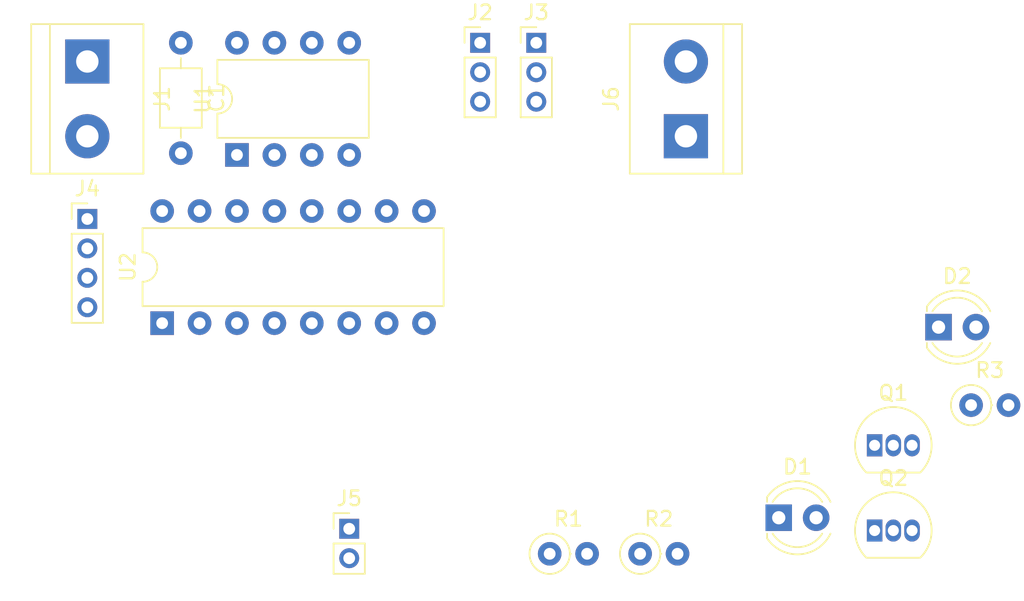
<source format=kicad_pcb>
(kicad_pcb (version 20171130) (host pcbnew "(5.1.6)-1")

  (general
    (thickness 1.6)
    (drawings 0)
    (tracks 0)
    (zones 0)
    (modules 16)
    (nets 20)
  )

  (page A4)
  (title_block
    (title "Rotation Display Controller")
    (date 2020-08-20)
    (rev v01)
    (company BadGitZ)
  )

  (layers
    (0 F.Cu signal)
    (31 B.Cu signal)
    (32 B.Adhes user)
    (33 F.Adhes user)
    (34 B.Paste user)
    (35 F.Paste user)
    (36 B.SilkS user)
    (37 F.SilkS user)
    (38 B.Mask user)
    (39 F.Mask user)
    (40 Dwgs.User user)
    (41 Cmts.User user)
    (42 Eco1.User user)
    (43 Eco2.User user)
    (44 Edge.Cuts user)
    (45 Margin user)
    (46 B.CrtYd user)
    (47 F.CrtYd user)
    (48 B.Fab user)
    (49 F.Fab user)
  )

  (setup
    (last_trace_width 0.25)
    (trace_clearance 0.2)
    (zone_clearance 0.508)
    (zone_45_only no)
    (trace_min 0.2)
    (via_size 0.8)
    (via_drill 0.4)
    (via_min_size 0.4)
    (via_min_drill 0.3)
    (uvia_size 0.3)
    (uvia_drill 0.1)
    (uvias_allowed no)
    (uvia_min_size 0.2)
    (uvia_min_drill 0.1)
    (edge_width 0.05)
    (segment_width 0.2)
    (pcb_text_width 0.3)
    (pcb_text_size 1.5 1.5)
    (mod_edge_width 0.12)
    (mod_text_size 1 1)
    (mod_text_width 0.15)
    (pad_size 1.524 1.524)
    (pad_drill 0.762)
    (pad_to_mask_clearance 0.05)
    (aux_axis_origin 0 0)
    (visible_elements 7FFFFFFF)
    (pcbplotparams
      (layerselection 0x010fc_ffffffff)
      (usegerberextensions false)
      (usegerberattributes true)
      (usegerberadvancedattributes true)
      (creategerberjobfile true)
      (excludeedgelayer true)
      (linewidth 0.100000)
      (plotframeref false)
      (viasonmask false)
      (mode 1)
      (useauxorigin false)
      (hpglpennumber 1)
      (hpglpenspeed 20)
      (hpglpendiameter 15.000000)
      (psnegative false)
      (psa4output false)
      (plotreference true)
      (plotvalue true)
      (plotinvisibletext false)
      (padsonsilk false)
      (subtractmaskfromsilk false)
      (outputformat 1)
      (mirror false)
      (drillshape 1)
      (scaleselection 1)
      (outputdirectory ""))
  )

  (net 0 "")
  (net 1 /GND)
  (net 2 /VCC)
  (net 3 "Net-(D1-Pad2)")
  (net 4 "Net-(D1-Pad1)")
  (net 5 "Net-(D2-Pad2)")
  (net 6 "Net-(D2-Pad1)")
  (net 7 "Net-(J2-Pad2)")
  (net 8 "Net-(J2-Pad1)")
  (net 9 "Net-(U1-Pad3)")
  (net 10 "Net-(U2-Pad15)")
  (net 11 "Net-(U2-Pad14)")
  (net 12 "Net-(U2-Pad11)")
  (net 13 "Net-(U2-Pad10)")
  (net 14 "Net-(U2-Pad9)")
  (net 15 "Net-(J2-Pad3)")
  (net 16 "Net-(J3-Pad1)")
  (net 17 "Net-(J5-Pad1)")
  (net 18 "Net-(J6-Pad2)")
  (net 19 "Net-(J6-Pad1)")

  (net_class Default "This is the default net class."
    (clearance 0.2)
    (trace_width 0.25)
    (via_dia 0.8)
    (via_drill 0.4)
    (uvia_dia 0.3)
    (uvia_drill 0.1)
    (add_net /GND)
    (add_net /VCC)
    (add_net "Net-(D1-Pad1)")
    (add_net "Net-(D1-Pad2)")
    (add_net "Net-(D2-Pad1)")
    (add_net "Net-(D2-Pad2)")
    (add_net "Net-(J2-Pad1)")
    (add_net "Net-(J2-Pad2)")
    (add_net "Net-(J2-Pad3)")
    (add_net "Net-(J3-Pad1)")
    (add_net "Net-(J5-Pad1)")
    (add_net "Net-(J6-Pad1)")
    (add_net "Net-(J6-Pad2)")
    (add_net "Net-(U1-Pad3)")
    (add_net "Net-(U2-Pad10)")
    (add_net "Net-(U2-Pad11)")
    (add_net "Net-(U2-Pad14)")
    (add_net "Net-(U2-Pad15)")
    (add_net "Net-(U2-Pad9)")
  )

  (module Package_DIP:DIP-16_W7.62mm (layer F.Cu) (tedit 5A02E8C5) (tstamp 5F3EF09C)
    (at 100.33 60.96 90)
    (descr "16-lead though-hole mounted DIP package, row spacing 7.62 mm (300 mils)")
    (tags "THT DIP DIL PDIP 2.54mm 7.62mm 300mil")
    (path /5F3599CB)
    (fp_text reference U2 (at 3.81 -2.33 90) (layer F.SilkS)
      (effects (font (size 1 1) (thickness 0.15)))
    )
    (fp_text value L293D (at 3.81 20.11 90) (layer F.Fab)
      (effects (font (size 1 1) (thickness 0.15)))
    )
    (fp_text user %R (at 3.81 8.89 90) (layer F.Fab)
      (effects (font (size 1 1) (thickness 0.15)))
    )
    (fp_arc (start 3.81 -1.33) (end 2.81 -1.33) (angle -180) (layer F.SilkS) (width 0.12))
    (fp_line (start 1.635 -1.27) (end 6.985 -1.27) (layer F.Fab) (width 0.1))
    (fp_line (start 6.985 -1.27) (end 6.985 19.05) (layer F.Fab) (width 0.1))
    (fp_line (start 6.985 19.05) (end 0.635 19.05) (layer F.Fab) (width 0.1))
    (fp_line (start 0.635 19.05) (end 0.635 -0.27) (layer F.Fab) (width 0.1))
    (fp_line (start 0.635 -0.27) (end 1.635 -1.27) (layer F.Fab) (width 0.1))
    (fp_line (start 2.81 -1.33) (end 1.16 -1.33) (layer F.SilkS) (width 0.12))
    (fp_line (start 1.16 -1.33) (end 1.16 19.11) (layer F.SilkS) (width 0.12))
    (fp_line (start 1.16 19.11) (end 6.46 19.11) (layer F.SilkS) (width 0.12))
    (fp_line (start 6.46 19.11) (end 6.46 -1.33) (layer F.SilkS) (width 0.12))
    (fp_line (start 6.46 -1.33) (end 4.81 -1.33) (layer F.SilkS) (width 0.12))
    (fp_line (start -1.1 -1.55) (end -1.1 19.3) (layer F.CrtYd) (width 0.05))
    (fp_line (start -1.1 19.3) (end 8.7 19.3) (layer F.CrtYd) (width 0.05))
    (fp_line (start 8.7 19.3) (end 8.7 -1.55) (layer F.CrtYd) (width 0.05))
    (fp_line (start 8.7 -1.55) (end -1.1 -1.55) (layer F.CrtYd) (width 0.05))
    (pad 16 thru_hole oval (at 7.62 0 90) (size 1.6 1.6) (drill 0.8) (layers *.Cu *.Mask)
      (net 2 /VCC))
    (pad 8 thru_hole oval (at 0 17.78 90) (size 1.6 1.6) (drill 0.8) (layers *.Cu *.Mask)
      (net 2 /VCC))
    (pad 15 thru_hole oval (at 7.62 2.54 90) (size 1.6 1.6) (drill 0.8) (layers *.Cu *.Mask)
      (net 10 "Net-(U2-Pad15)"))
    (pad 7 thru_hole oval (at 0 15.24 90) (size 1.6 1.6) (drill 0.8) (layers *.Cu *.Mask)
      (net 5 "Net-(D2-Pad2)"))
    (pad 14 thru_hole oval (at 7.62 5.08 90) (size 1.6 1.6) (drill 0.8) (layers *.Cu *.Mask)
      (net 11 "Net-(U2-Pad14)"))
    (pad 6 thru_hole oval (at 0 12.7 90) (size 1.6 1.6) (drill 0.8) (layers *.Cu *.Mask)
      (net 18 "Net-(J6-Pad2)"))
    (pad 13 thru_hole oval (at 7.62 7.62 90) (size 1.6 1.6) (drill 0.8) (layers *.Cu *.Mask)
      (net 1 /GND))
    (pad 5 thru_hole oval (at 0 10.16 90) (size 1.6 1.6) (drill 0.8) (layers *.Cu *.Mask)
      (net 1 /GND))
    (pad 12 thru_hole oval (at 7.62 10.16 90) (size 1.6 1.6) (drill 0.8) (layers *.Cu *.Mask)
      (net 1 /GND))
    (pad 4 thru_hole oval (at 0 7.62 90) (size 1.6 1.6) (drill 0.8) (layers *.Cu *.Mask)
      (net 1 /GND))
    (pad 11 thru_hole oval (at 7.62 12.7 90) (size 1.6 1.6) (drill 0.8) (layers *.Cu *.Mask)
      (net 12 "Net-(U2-Pad11)"))
    (pad 3 thru_hole oval (at 0 5.08 90) (size 1.6 1.6) (drill 0.8) (layers *.Cu *.Mask)
      (net 19 "Net-(J6-Pad1)"))
    (pad 10 thru_hole oval (at 7.62 15.24 90) (size 1.6 1.6) (drill 0.8) (layers *.Cu *.Mask)
      (net 13 "Net-(U2-Pad10)"))
    (pad 2 thru_hole oval (at 0 2.54 90) (size 1.6 1.6) (drill 0.8) (layers *.Cu *.Mask)
      (net 3 "Net-(D1-Pad2)"))
    (pad 9 thru_hole oval (at 7.62 17.78 90) (size 1.6 1.6) (drill 0.8) (layers *.Cu *.Mask)
      (net 14 "Net-(U2-Pad9)"))
    (pad 1 thru_hole rect (at 0 0 90) (size 1.6 1.6) (drill 0.8) (layers *.Cu *.Mask)
      (net 9 "Net-(U1-Pad3)"))
    (model ${KISYS3DMOD}/Package_DIP.3dshapes/DIP-16_W7.62mm.wrl
      (at (xyz 0 0 0))
      (scale (xyz 1 1 1))
      (rotate (xyz 0 0 0))
    )
  )

  (module Package_DIP:DIP-8_W7.62mm (layer F.Cu) (tedit 5A02E8C5) (tstamp 5F3EF078)
    (at 105.41 49.53 90)
    (descr "8-lead though-hole mounted DIP package, row spacing 7.62 mm (300 mils)")
    (tags "THT DIP DIL PDIP 2.54mm 7.62mm 300mil")
    (path /5F358D4E)
    (fp_text reference U1 (at 3.81 -2.33 90) (layer F.SilkS)
      (effects (font (size 1 1) (thickness 0.15)))
    )
    (fp_text value ATtiny85-20PU (at 3.81 9.95 90) (layer F.Fab)
      (effects (font (size 1 1) (thickness 0.15)))
    )
    (fp_text user %R (at 3.81 3.81 90) (layer F.Fab)
      (effects (font (size 1 1) (thickness 0.15)))
    )
    (fp_arc (start 3.81 -1.33) (end 2.81 -1.33) (angle -180) (layer F.SilkS) (width 0.12))
    (fp_line (start 1.635 -1.27) (end 6.985 -1.27) (layer F.Fab) (width 0.1))
    (fp_line (start 6.985 -1.27) (end 6.985 8.89) (layer F.Fab) (width 0.1))
    (fp_line (start 6.985 8.89) (end 0.635 8.89) (layer F.Fab) (width 0.1))
    (fp_line (start 0.635 8.89) (end 0.635 -0.27) (layer F.Fab) (width 0.1))
    (fp_line (start 0.635 -0.27) (end 1.635 -1.27) (layer F.Fab) (width 0.1))
    (fp_line (start 2.81 -1.33) (end 1.16 -1.33) (layer F.SilkS) (width 0.12))
    (fp_line (start 1.16 -1.33) (end 1.16 8.95) (layer F.SilkS) (width 0.12))
    (fp_line (start 1.16 8.95) (end 6.46 8.95) (layer F.SilkS) (width 0.12))
    (fp_line (start 6.46 8.95) (end 6.46 -1.33) (layer F.SilkS) (width 0.12))
    (fp_line (start 6.46 -1.33) (end 4.81 -1.33) (layer F.SilkS) (width 0.12))
    (fp_line (start -1.1 -1.55) (end -1.1 9.15) (layer F.CrtYd) (width 0.05))
    (fp_line (start -1.1 9.15) (end 8.7 9.15) (layer F.CrtYd) (width 0.05))
    (fp_line (start 8.7 9.15) (end 8.7 -1.55) (layer F.CrtYd) (width 0.05))
    (fp_line (start 8.7 -1.55) (end -1.1 -1.55) (layer F.CrtYd) (width 0.05))
    (pad 8 thru_hole oval (at 7.62 0 90) (size 1.6 1.6) (drill 0.8) (layers *.Cu *.Mask)
      (net 2 /VCC))
    (pad 4 thru_hole oval (at 0 7.62 90) (size 1.6 1.6) (drill 0.8) (layers *.Cu *.Mask)
      (net 1 /GND))
    (pad 7 thru_hole oval (at 7.62 2.54 90) (size 1.6 1.6) (drill 0.8) (layers *.Cu *.Mask)
      (net 7 "Net-(J2-Pad2)"))
    (pad 3 thru_hole oval (at 0 5.08 90) (size 1.6 1.6) (drill 0.8) (layers *.Cu *.Mask)
      (net 9 "Net-(U1-Pad3)"))
    (pad 6 thru_hole oval (at 7.62 5.08 90) (size 1.6 1.6) (drill 0.8) (layers *.Cu *.Mask)
      (net 15 "Net-(J2-Pad3)"))
    (pad 2 thru_hole oval (at 0 2.54 90) (size 1.6 1.6) (drill 0.8) (layers *.Cu *.Mask)
      (net 17 "Net-(J5-Pad1)"))
    (pad 5 thru_hole oval (at 7.62 7.62 90) (size 1.6 1.6) (drill 0.8) (layers *.Cu *.Mask)
      (net 3 "Net-(D1-Pad2)"))
    (pad 1 thru_hole rect (at 0 0 90) (size 1.6 1.6) (drill 0.8) (layers *.Cu *.Mask)
      (net 8 "Net-(J2-Pad1)"))
    (model ${KISYS3DMOD}/Package_DIP.3dshapes/DIP-8_W7.62mm.wrl
      (at (xyz 0 0 0))
      (scale (xyz 1 1 1))
      (rotate (xyz 0 0 0))
    )
  )

  (module Resistor_THT:R_Axial_DIN0207_L6.3mm_D2.5mm_P2.54mm_Vertical (layer F.Cu) (tedit 5AE5139B) (tstamp 5F3EF05C)
    (at 155.25 66.53)
    (descr "Resistor, Axial_DIN0207 series, Axial, Vertical, pin pitch=2.54mm, 0.25W = 1/4W, length*diameter=6.3*2.5mm^2, http://cdn-reichelt.de/documents/datenblatt/B400/1_4W%23YAG.pdf")
    (tags "Resistor Axial_DIN0207 series Axial Vertical pin pitch 2.54mm 0.25W = 1/4W length 6.3mm diameter 2.5mm")
    (path /5F3865FF)
    (fp_text reference R3 (at 1.27 -2.37) (layer F.SilkS)
      (effects (font (size 1 1) (thickness 0.15)))
    )
    (fp_text value 22k (at 1.27 2.37) (layer F.Fab)
      (effects (font (size 1 1) (thickness 0.15)))
    )
    (fp_text user %R (at 1.27 -2.37) (layer F.Fab)
      (effects (font (size 1 1) (thickness 0.15)))
    )
    (fp_circle (center 0 0) (end 1.25 0) (layer F.Fab) (width 0.1))
    (fp_circle (center 0 0) (end 1.37 0) (layer F.SilkS) (width 0.12))
    (fp_line (start 0 0) (end 2.54 0) (layer F.Fab) (width 0.1))
    (fp_line (start 1.37 0) (end 1.44 0) (layer F.SilkS) (width 0.12))
    (fp_line (start -1.5 -1.5) (end -1.5 1.5) (layer F.CrtYd) (width 0.05))
    (fp_line (start -1.5 1.5) (end 3.59 1.5) (layer F.CrtYd) (width 0.05))
    (fp_line (start 3.59 1.5) (end 3.59 -1.5) (layer F.CrtYd) (width 0.05))
    (fp_line (start 3.59 -1.5) (end -1.5 -1.5) (layer F.CrtYd) (width 0.05))
    (pad 2 thru_hole oval (at 2.54 0) (size 1.6 1.6) (drill 0.8) (layers *.Cu *.Mask)
      (net 1 /GND))
    (pad 1 thru_hole circle (at 0 0) (size 1.6 1.6) (drill 0.8) (layers *.Cu *.Mask)
      (net 6 "Net-(D2-Pad1)"))
    (model ${KISYS3DMOD}/Resistor_THT.3dshapes/R_Axial_DIN0207_L6.3mm_D2.5mm_P2.54mm_Vertical.wrl
      (at (xyz 0 0 0))
      (scale (xyz 1 1 1))
      (rotate (xyz 0 0 0))
    )
  )

  (module Resistor_THT:R_Axial_DIN0207_L6.3mm_D2.5mm_P2.54mm_Vertical (layer F.Cu) (tedit 5AE5139B) (tstamp 5F3EF04D)
    (at 132.78 76.63)
    (descr "Resistor, Axial_DIN0207 series, Axial, Vertical, pin pitch=2.54mm, 0.25W = 1/4W, length*diameter=6.3*2.5mm^2, http://cdn-reichelt.de/documents/datenblatt/B400/1_4W%23YAG.pdf")
    (tags "Resistor Axial_DIN0207 series Axial Vertical pin pitch 2.54mm 0.25W = 1/4W length 6.3mm diameter 2.5mm")
    (path /5F385F60)
    (fp_text reference R2 (at 1.27 -2.37) (layer F.SilkS)
      (effects (font (size 1 1) (thickness 0.15)))
    )
    (fp_text value 22k (at 1.27 2.37) (layer F.Fab)
      (effects (font (size 1 1) (thickness 0.15)))
    )
    (fp_text user %R (at 1.27 -2.37) (layer F.Fab)
      (effects (font (size 1 1) (thickness 0.15)))
    )
    (fp_circle (center 0 0) (end 1.25 0) (layer F.Fab) (width 0.1))
    (fp_circle (center 0 0) (end 1.37 0) (layer F.SilkS) (width 0.12))
    (fp_line (start 0 0) (end 2.54 0) (layer F.Fab) (width 0.1))
    (fp_line (start 1.37 0) (end 1.44 0) (layer F.SilkS) (width 0.12))
    (fp_line (start -1.5 -1.5) (end -1.5 1.5) (layer F.CrtYd) (width 0.05))
    (fp_line (start -1.5 1.5) (end 3.59 1.5) (layer F.CrtYd) (width 0.05))
    (fp_line (start 3.59 1.5) (end 3.59 -1.5) (layer F.CrtYd) (width 0.05))
    (fp_line (start 3.59 -1.5) (end -1.5 -1.5) (layer F.CrtYd) (width 0.05))
    (pad 2 thru_hole oval (at 2.54 0) (size 1.6 1.6) (drill 0.8) (layers *.Cu *.Mask)
      (net 1 /GND))
    (pad 1 thru_hole circle (at 0 0) (size 1.6 1.6) (drill 0.8) (layers *.Cu *.Mask)
      (net 4 "Net-(D1-Pad1)"))
    (model ${KISYS3DMOD}/Resistor_THT.3dshapes/R_Axial_DIN0207_L6.3mm_D2.5mm_P2.54mm_Vertical.wrl
      (at (xyz 0 0 0))
      (scale (xyz 1 1 1))
      (rotate (xyz 0 0 0))
    )
  )

  (module Resistor_THT:R_Axial_DIN0207_L6.3mm_D2.5mm_P2.54mm_Vertical (layer F.Cu) (tedit 5AE5139B) (tstamp 5F3EF03E)
    (at 126.64 76.63)
    (descr "Resistor, Axial_DIN0207 series, Axial, Vertical, pin pitch=2.54mm, 0.25W = 1/4W, length*diameter=6.3*2.5mm^2, http://cdn-reichelt.de/documents/datenblatt/B400/1_4W%23YAG.pdf")
    (tags "Resistor Axial_DIN0207 series Axial Vertical pin pitch 2.54mm 0.25W = 1/4W length 6.3mm diameter 2.5mm")
    (path /5F35E059)
    (fp_text reference R1 (at 1.27 -2.37) (layer F.SilkS)
      (effects (font (size 1 1) (thickness 0.15)))
    )
    (fp_text value 1k (at 1.27 2.37) (layer F.Fab)
      (effects (font (size 1 1) (thickness 0.15)))
    )
    (fp_text user %R (at 1.27 -2.37) (layer F.Fab)
      (effects (font (size 1 1) (thickness 0.15)))
    )
    (fp_circle (center 0 0) (end 1.25 0) (layer F.Fab) (width 0.1))
    (fp_circle (center 0 0) (end 1.37 0) (layer F.SilkS) (width 0.12))
    (fp_line (start 0 0) (end 2.54 0) (layer F.Fab) (width 0.1))
    (fp_line (start 1.37 0) (end 1.44 0) (layer F.SilkS) (width 0.12))
    (fp_line (start -1.5 -1.5) (end -1.5 1.5) (layer F.CrtYd) (width 0.05))
    (fp_line (start -1.5 1.5) (end 3.59 1.5) (layer F.CrtYd) (width 0.05))
    (fp_line (start 3.59 1.5) (end 3.59 -1.5) (layer F.CrtYd) (width 0.05))
    (fp_line (start 3.59 -1.5) (end -1.5 -1.5) (layer F.CrtYd) (width 0.05))
    (pad 2 thru_hole oval (at 2.54 0) (size 1.6 1.6) (drill 0.8) (layers *.Cu *.Mask)
      (net 1 /GND))
    (pad 1 thru_hole circle (at 0 0) (size 1.6 1.6) (drill 0.8) (layers *.Cu *.Mask)
      (net 17 "Net-(J5-Pad1)"))
    (model ${KISYS3DMOD}/Resistor_THT.3dshapes/R_Axial_DIN0207_L6.3mm_D2.5mm_P2.54mm_Vertical.wrl
      (at (xyz 0 0 0))
      (scale (xyz 1 1 1))
      (rotate (xyz 0 0 0))
    )
  )

  (module Package_TO_SOT_THT:TO-92_Inline (layer F.Cu) (tedit 5A1DD157) (tstamp 5F3EF02F)
    (at 148.7 75.05)
    (descr "TO-92 leads in-line, narrow, oval pads, drill 0.75mm (see NXP sot054_po.pdf)")
    (tags "to-92 sc-43 sc-43a sot54 PA33 transistor")
    (path /5F3C20AB)
    (fp_text reference Q2 (at 1.27 -3.56) (layer F.SilkS)
      (effects (font (size 1 1) (thickness 0.15)))
    )
    (fp_text value 2N7000 (at 1.27 2.79) (layer F.Fab)
      (effects (font (size 1 1) (thickness 0.15)))
    )
    (fp_arc (start 1.27 0) (end 1.27 -2.6) (angle 135) (layer F.SilkS) (width 0.12))
    (fp_arc (start 1.27 0) (end 1.27 -2.48) (angle -135) (layer F.Fab) (width 0.1))
    (fp_arc (start 1.27 0) (end 1.27 -2.6) (angle -135) (layer F.SilkS) (width 0.12))
    (fp_arc (start 1.27 0) (end 1.27 -2.48) (angle 135) (layer F.Fab) (width 0.1))
    (fp_text user %R (at 1.27 -3.56) (layer F.Fab)
      (effects (font (size 1 1) (thickness 0.15)))
    )
    (fp_line (start -0.53 1.85) (end 3.07 1.85) (layer F.SilkS) (width 0.12))
    (fp_line (start -0.5 1.75) (end 3 1.75) (layer F.Fab) (width 0.1))
    (fp_line (start -1.46 -2.73) (end 4 -2.73) (layer F.CrtYd) (width 0.05))
    (fp_line (start -1.46 -2.73) (end -1.46 2.01) (layer F.CrtYd) (width 0.05))
    (fp_line (start 4 2.01) (end 4 -2.73) (layer F.CrtYd) (width 0.05))
    (fp_line (start 4 2.01) (end -1.46 2.01) (layer F.CrtYd) (width 0.05))
    (pad 1 thru_hole rect (at 0 0) (size 1.05 1.5) (drill 0.75) (layers *.Cu *.Mask)
      (net 1 /GND))
    (pad 3 thru_hole oval (at 2.54 0) (size 1.05 1.5) (drill 0.75) (layers *.Cu *.Mask)
      (net 5 "Net-(D2-Pad2)"))
    (pad 2 thru_hole oval (at 1.27 0) (size 1.05 1.5) (drill 0.75) (layers *.Cu *.Mask)
      (net 3 "Net-(D1-Pad2)"))
    (model ${KISYS3DMOD}/Package_TO_SOT_THT.3dshapes/TO-92_Inline.wrl
      (at (xyz 0 0 0))
      (scale (xyz 1 1 1))
      (rotate (xyz 0 0 0))
    )
  )

  (module Package_TO_SOT_THT:TO-92_Inline (layer F.Cu) (tedit 5A1DD157) (tstamp 5F3EF01D)
    (at 148.7 69.26)
    (descr "TO-92 leads in-line, narrow, oval pads, drill 0.75mm (see NXP sot054_po.pdf)")
    (tags "to-92 sc-43 sc-43a sot54 PA33 transistor")
    (path /5F3C6086)
    (fp_text reference Q1 (at 1.27 -3.56) (layer F.SilkS)
      (effects (font (size 1 1) (thickness 0.15)))
    )
    (fp_text value BS250 (at 1.27 2.79) (layer F.Fab)
      (effects (font (size 1 1) (thickness 0.15)))
    )
    (fp_arc (start 1.27 0) (end 1.27 -2.6) (angle 135) (layer F.SilkS) (width 0.12))
    (fp_arc (start 1.27 0) (end 1.27 -2.48) (angle -135) (layer F.Fab) (width 0.1))
    (fp_arc (start 1.27 0) (end 1.27 -2.6) (angle -135) (layer F.SilkS) (width 0.12))
    (fp_arc (start 1.27 0) (end 1.27 -2.48) (angle 135) (layer F.Fab) (width 0.1))
    (fp_text user %R (at 1.27 -3.56) (layer F.Fab)
      (effects (font (size 1 1) (thickness 0.15)))
    )
    (fp_line (start -0.53 1.85) (end 3.07 1.85) (layer F.SilkS) (width 0.12))
    (fp_line (start -0.5 1.75) (end 3 1.75) (layer F.Fab) (width 0.1))
    (fp_line (start -1.46 -2.73) (end 4 -2.73) (layer F.CrtYd) (width 0.05))
    (fp_line (start -1.46 -2.73) (end -1.46 2.01) (layer F.CrtYd) (width 0.05))
    (fp_line (start 4 2.01) (end 4 -2.73) (layer F.CrtYd) (width 0.05))
    (fp_line (start 4 2.01) (end -1.46 2.01) (layer F.CrtYd) (width 0.05))
    (pad 1 thru_hole rect (at 0 0) (size 1.05 1.5) (drill 0.75) (layers *.Cu *.Mask)
      (net 2 /VCC))
    (pad 3 thru_hole oval (at 2.54 0) (size 1.05 1.5) (drill 0.75) (layers *.Cu *.Mask)
      (net 5 "Net-(D2-Pad2)"))
    (pad 2 thru_hole oval (at 1.27 0) (size 1.05 1.5) (drill 0.75) (layers *.Cu *.Mask)
      (net 3 "Net-(D1-Pad2)"))
    (model ${KISYS3DMOD}/Package_TO_SOT_THT.3dshapes/TO-92_Inline.wrl
      (at (xyz 0 0 0))
      (scale (xyz 1 1 1))
      (rotate (xyz 0 0 0))
    )
  )

  (module TerminalBlock:TerminalBlock_bornier-2_P5.08mm (layer F.Cu) (tedit 59FF03AB) (tstamp 5F3EF00B)
    (at 135.89 48.26 90)
    (descr "simple 2-pin terminal block, pitch 5.08mm, revamped version of bornier2")
    (tags "terminal block bornier2")
    (path /5F373F07)
    (fp_text reference J6 (at 2.54 -5.08 90) (layer F.SilkS)
      (effects (font (size 1 1) (thickness 0.15)))
    )
    (fp_text value Motor_Terminal (at 2.54 5.08 90) (layer F.Fab)
      (effects (font (size 1 1) (thickness 0.15)))
    )
    (fp_text user %R (at 2.54 0 90) (layer F.Fab)
      (effects (font (size 1 1) (thickness 0.15)))
    )
    (fp_line (start -2.41 2.55) (end 7.49 2.55) (layer F.Fab) (width 0.1))
    (fp_line (start -2.46 -3.75) (end -2.46 3.75) (layer F.Fab) (width 0.1))
    (fp_line (start -2.46 3.75) (end 7.54 3.75) (layer F.Fab) (width 0.1))
    (fp_line (start 7.54 3.75) (end 7.54 -3.75) (layer F.Fab) (width 0.1))
    (fp_line (start 7.54 -3.75) (end -2.46 -3.75) (layer F.Fab) (width 0.1))
    (fp_line (start 7.62 2.54) (end -2.54 2.54) (layer F.SilkS) (width 0.12))
    (fp_line (start 7.62 3.81) (end 7.62 -3.81) (layer F.SilkS) (width 0.12))
    (fp_line (start 7.62 -3.81) (end -2.54 -3.81) (layer F.SilkS) (width 0.12))
    (fp_line (start -2.54 -3.81) (end -2.54 3.81) (layer F.SilkS) (width 0.12))
    (fp_line (start -2.54 3.81) (end 7.62 3.81) (layer F.SilkS) (width 0.12))
    (fp_line (start -2.71 -4) (end 7.79 -4) (layer F.CrtYd) (width 0.05))
    (fp_line (start -2.71 -4) (end -2.71 4) (layer F.CrtYd) (width 0.05))
    (fp_line (start 7.79 4) (end 7.79 -4) (layer F.CrtYd) (width 0.05))
    (fp_line (start 7.79 4) (end -2.71 4) (layer F.CrtYd) (width 0.05))
    (pad 2 thru_hole circle (at 5.08 0 90) (size 3 3) (drill 1.52) (layers *.Cu *.Mask)
      (net 18 "Net-(J6-Pad2)"))
    (pad 1 thru_hole rect (at 0 0 90) (size 3 3) (drill 1.52) (layers *.Cu *.Mask)
      (net 19 "Net-(J6-Pad1)"))
    (model ${KISYS3DMOD}/TerminalBlock.3dshapes/TerminalBlock_bornier-2_P5.08mm.wrl
      (offset (xyz 2.539999961853027 0 0))
      (scale (xyz 1 1 1))
      (rotate (xyz 0 0 0))
    )
  )

  (module Connector_PinHeader_2.00mm:PinHeader_1x02_P2.00mm_Vertical (layer F.Cu) (tedit 59FED667) (tstamp 5F3EEFF6)
    (at 113.03 74.93)
    (descr "Through hole straight pin header, 1x02, 2.00mm pitch, single row")
    (tags "Through hole pin header THT 1x02 2.00mm single row")
    (path /5F405687)
    (fp_text reference J5 (at 0 -2.06) (layer F.SilkS)
      (effects (font (size 1 1) (thickness 0.15)))
    )
    (fp_text value Joy_Con (at 0 4.06) (layer F.Fab)
      (effects (font (size 1 1) (thickness 0.15)))
    )
    (fp_text user %R (at 0 1 90) (layer F.Fab)
      (effects (font (size 1 1) (thickness 0.15)))
    )
    (fp_line (start -0.5 -1) (end 1 -1) (layer F.Fab) (width 0.1))
    (fp_line (start 1 -1) (end 1 3) (layer F.Fab) (width 0.1))
    (fp_line (start 1 3) (end -1 3) (layer F.Fab) (width 0.1))
    (fp_line (start -1 3) (end -1 -0.5) (layer F.Fab) (width 0.1))
    (fp_line (start -1 -0.5) (end -0.5 -1) (layer F.Fab) (width 0.1))
    (fp_line (start -1.06 3.06) (end 1.06 3.06) (layer F.SilkS) (width 0.12))
    (fp_line (start -1.06 1) (end -1.06 3.06) (layer F.SilkS) (width 0.12))
    (fp_line (start 1.06 1) (end 1.06 3.06) (layer F.SilkS) (width 0.12))
    (fp_line (start -1.06 1) (end 1.06 1) (layer F.SilkS) (width 0.12))
    (fp_line (start -1.06 0) (end -1.06 -1.06) (layer F.SilkS) (width 0.12))
    (fp_line (start -1.06 -1.06) (end 0 -1.06) (layer F.SilkS) (width 0.12))
    (fp_line (start -1.5 -1.5) (end -1.5 3.5) (layer F.CrtYd) (width 0.05))
    (fp_line (start -1.5 3.5) (end 1.5 3.5) (layer F.CrtYd) (width 0.05))
    (fp_line (start 1.5 3.5) (end 1.5 -1.5) (layer F.CrtYd) (width 0.05))
    (fp_line (start 1.5 -1.5) (end -1.5 -1.5) (layer F.CrtYd) (width 0.05))
    (pad 2 thru_hole oval (at 0 2) (size 1.35 1.35) (drill 0.8) (layers *.Cu *.Mask)
      (net 2 /VCC))
    (pad 1 thru_hole rect (at 0 0) (size 1.35 1.35) (drill 0.8) (layers *.Cu *.Mask)
      (net 17 "Net-(J5-Pad1)"))
    (model ${KISYS3DMOD}/Connector_PinHeader_2.00mm.3dshapes/PinHeader_1x02_P2.00mm_Vertical.wrl
      (at (xyz 0 0 0))
      (scale (xyz 1 1 1))
      (rotate (xyz 0 0 0))
    )
  )

  (module Connector_PinHeader_2.00mm:PinHeader_1x04_P2.00mm_Vertical (layer F.Cu) (tedit 59FED667) (tstamp 5F3EEFE0)
    (at 95.25 53.88)
    (descr "Through hole straight pin header, 1x04, 2.00mm pitch, single row")
    (tags "Through hole pin header THT 1x04 2.00mm single row")
    (path /5F40C008)
    (fp_text reference J4 (at 0 -2.06) (layer F.SilkS)
      (effects (font (size 1 1) (thickness 0.15)))
    )
    (fp_text value LED_Con (at 0 8.06) (layer F.Fab)
      (effects (font (size 1 1) (thickness 0.15)))
    )
    (fp_text user %R (at 0 3 90) (layer F.Fab)
      (effects (font (size 1 1) (thickness 0.15)))
    )
    (fp_line (start -0.5 -1) (end 1 -1) (layer F.Fab) (width 0.1))
    (fp_line (start 1 -1) (end 1 7) (layer F.Fab) (width 0.1))
    (fp_line (start 1 7) (end -1 7) (layer F.Fab) (width 0.1))
    (fp_line (start -1 7) (end -1 -0.5) (layer F.Fab) (width 0.1))
    (fp_line (start -1 -0.5) (end -0.5 -1) (layer F.Fab) (width 0.1))
    (fp_line (start -1.06 7.06) (end 1.06 7.06) (layer F.SilkS) (width 0.12))
    (fp_line (start -1.06 1) (end -1.06 7.06) (layer F.SilkS) (width 0.12))
    (fp_line (start 1.06 1) (end 1.06 7.06) (layer F.SilkS) (width 0.12))
    (fp_line (start -1.06 1) (end 1.06 1) (layer F.SilkS) (width 0.12))
    (fp_line (start -1.06 0) (end -1.06 -1.06) (layer F.SilkS) (width 0.12))
    (fp_line (start -1.06 -1.06) (end 0 -1.06) (layer F.SilkS) (width 0.12))
    (fp_line (start -1.5 -1.5) (end -1.5 7.5) (layer F.CrtYd) (width 0.05))
    (fp_line (start -1.5 7.5) (end 1.5 7.5) (layer F.CrtYd) (width 0.05))
    (fp_line (start 1.5 7.5) (end 1.5 -1.5) (layer F.CrtYd) (width 0.05))
    (fp_line (start 1.5 -1.5) (end -1.5 -1.5) (layer F.CrtYd) (width 0.05))
    (pad 4 thru_hole oval (at 0 6) (size 1.35 1.35) (drill 0.8) (layers *.Cu *.Mask)
      (net 1 /GND))
    (pad 3 thru_hole oval (at 0 4) (size 1.35 1.35) (drill 0.8) (layers *.Cu *.Mask)
      (net 2 /VCC))
    (pad 2 thru_hole oval (at 0 2) (size 1.35 1.35) (drill 0.8) (layers *.Cu *.Mask)
      (net 7 "Net-(J2-Pad2)"))
    (pad 1 thru_hole rect (at 0 0) (size 1.35 1.35) (drill 0.8) (layers *.Cu *.Mask)
      (net 15 "Net-(J2-Pad3)"))
    (model ${KISYS3DMOD}/Connector_PinHeader_2.00mm.3dshapes/PinHeader_1x04_P2.00mm_Vertical.wrl
      (at (xyz 0 0 0))
      (scale (xyz 1 1 1))
      (rotate (xyz 0 0 0))
    )
  )

  (module Connector_PinHeader_2.00mm:PinHeader_1x03_P2.00mm_Vertical (layer F.Cu) (tedit 59FED667) (tstamp 5F3EEFC8)
    (at 125.73 41.91)
    (descr "Through hole straight pin header, 1x03, 2.00mm pitch, single row")
    (tags "Through hole pin header THT 1x03 2.00mm single row")
    (path /5F3F083C)
    (fp_text reference J3 (at 0 -2.06) (layer F.SilkS)
      (effects (font (size 1 1) (thickness 0.15)))
    )
    (fp_text value Prog_Con_2 (at 0 6.06) (layer F.Fab)
      (effects (font (size 1 1) (thickness 0.15)))
    )
    (fp_text user %R (at 0 2 90) (layer F.Fab)
      (effects (font (size 1 1) (thickness 0.15)))
    )
    (fp_line (start -0.5 -1) (end 1 -1) (layer F.Fab) (width 0.1))
    (fp_line (start 1 -1) (end 1 5) (layer F.Fab) (width 0.1))
    (fp_line (start 1 5) (end -1 5) (layer F.Fab) (width 0.1))
    (fp_line (start -1 5) (end -1 -0.5) (layer F.Fab) (width 0.1))
    (fp_line (start -1 -0.5) (end -0.5 -1) (layer F.Fab) (width 0.1))
    (fp_line (start -1.06 5.06) (end 1.06 5.06) (layer F.SilkS) (width 0.12))
    (fp_line (start -1.06 1) (end -1.06 5.06) (layer F.SilkS) (width 0.12))
    (fp_line (start 1.06 1) (end 1.06 5.06) (layer F.SilkS) (width 0.12))
    (fp_line (start -1.06 1) (end 1.06 1) (layer F.SilkS) (width 0.12))
    (fp_line (start -1.06 0) (end -1.06 -1.06) (layer F.SilkS) (width 0.12))
    (fp_line (start -1.06 -1.06) (end 0 -1.06) (layer F.SilkS) (width 0.12))
    (fp_line (start -1.5 -1.5) (end -1.5 5.5) (layer F.CrtYd) (width 0.05))
    (fp_line (start -1.5 5.5) (end 1.5 5.5) (layer F.CrtYd) (width 0.05))
    (fp_line (start 1.5 5.5) (end 1.5 -1.5) (layer F.CrtYd) (width 0.05))
    (fp_line (start 1.5 -1.5) (end -1.5 -1.5) (layer F.CrtYd) (width 0.05))
    (pad 3 thru_hole oval (at 0 4) (size 1.35 1.35) (drill 0.8) (layers *.Cu *.Mask)
      (net 1 /GND))
    (pad 2 thru_hole oval (at 0 2) (size 1.35 1.35) (drill 0.8) (layers *.Cu *.Mask)
      (net 3 "Net-(D1-Pad2)"))
    (pad 1 thru_hole rect (at 0 0) (size 1.35 1.35) (drill 0.8) (layers *.Cu *.Mask)
      (net 16 "Net-(J3-Pad1)"))
    (model ${KISYS3DMOD}/Connector_PinHeader_2.00mm.3dshapes/PinHeader_1x03_P2.00mm_Vertical.wrl
      (at (xyz 0 0 0))
      (scale (xyz 1 1 1))
      (rotate (xyz 0 0 0))
    )
  )

  (module Connector_PinHeader_2.00mm:PinHeader_1x03_P2.00mm_Vertical (layer F.Cu) (tedit 59FED667) (tstamp 5F3EEFB1)
    (at 121.92 41.91)
    (descr "Through hole straight pin header, 1x03, 2.00mm pitch, single row")
    (tags "Through hole pin header THT 1x03 2.00mm single row")
    (path /5F3EF034)
    (fp_text reference J2 (at 0 -2.06) (layer F.SilkS)
      (effects (font (size 1 1) (thickness 0.15)))
    )
    (fp_text value Prog_Con_1 (at 0 6.06) (layer F.Fab)
      (effects (font (size 1 1) (thickness 0.15)))
    )
    (fp_text user %R (at 0 2 90) (layer F.Fab)
      (effects (font (size 1 1) (thickness 0.15)))
    )
    (fp_line (start -0.5 -1) (end 1 -1) (layer F.Fab) (width 0.1))
    (fp_line (start 1 -1) (end 1 5) (layer F.Fab) (width 0.1))
    (fp_line (start 1 5) (end -1 5) (layer F.Fab) (width 0.1))
    (fp_line (start -1 5) (end -1 -0.5) (layer F.Fab) (width 0.1))
    (fp_line (start -1 -0.5) (end -0.5 -1) (layer F.Fab) (width 0.1))
    (fp_line (start -1.06 5.06) (end 1.06 5.06) (layer F.SilkS) (width 0.12))
    (fp_line (start -1.06 1) (end -1.06 5.06) (layer F.SilkS) (width 0.12))
    (fp_line (start 1.06 1) (end 1.06 5.06) (layer F.SilkS) (width 0.12))
    (fp_line (start -1.06 1) (end 1.06 1) (layer F.SilkS) (width 0.12))
    (fp_line (start -1.06 0) (end -1.06 -1.06) (layer F.SilkS) (width 0.12))
    (fp_line (start -1.06 -1.06) (end 0 -1.06) (layer F.SilkS) (width 0.12))
    (fp_line (start -1.5 -1.5) (end -1.5 5.5) (layer F.CrtYd) (width 0.05))
    (fp_line (start -1.5 5.5) (end 1.5 5.5) (layer F.CrtYd) (width 0.05))
    (fp_line (start 1.5 5.5) (end 1.5 -1.5) (layer F.CrtYd) (width 0.05))
    (fp_line (start 1.5 -1.5) (end -1.5 -1.5) (layer F.CrtYd) (width 0.05))
    (pad 3 thru_hole oval (at 0 4) (size 1.35 1.35) (drill 0.8) (layers *.Cu *.Mask)
      (net 15 "Net-(J2-Pad3)"))
    (pad 2 thru_hole oval (at 0 2) (size 1.35 1.35) (drill 0.8) (layers *.Cu *.Mask)
      (net 7 "Net-(J2-Pad2)"))
    (pad 1 thru_hole rect (at 0 0) (size 1.35 1.35) (drill 0.8) (layers *.Cu *.Mask)
      (net 8 "Net-(J2-Pad1)"))
    (model ${KISYS3DMOD}/Connector_PinHeader_2.00mm.3dshapes/PinHeader_1x03_P2.00mm_Vertical.wrl
      (at (xyz 0 0 0))
      (scale (xyz 1 1 1))
      (rotate (xyz 0 0 0))
    )
  )

  (module TerminalBlock:TerminalBlock_bornier-2_P5.08mm (layer F.Cu) (tedit 59FF03AB) (tstamp 5F3EEF9A)
    (at 95.25 43.18 270)
    (descr "simple 2-pin terminal block, pitch 5.08mm, revamped version of bornier2")
    (tags "terminal block bornier2")
    (path /5F35BCBD)
    (fp_text reference J1 (at 2.54 -5.08 90) (layer F.SilkS)
      (effects (font (size 1 1) (thickness 0.15)))
    )
    (fp_text value Power_Terminal (at 2.54 5.08 90) (layer F.Fab)
      (effects (font (size 1 1) (thickness 0.15)))
    )
    (fp_text user %R (at 2.54 0 90) (layer F.Fab)
      (effects (font (size 1 1) (thickness 0.15)))
    )
    (fp_line (start -2.41 2.55) (end 7.49 2.55) (layer F.Fab) (width 0.1))
    (fp_line (start -2.46 -3.75) (end -2.46 3.75) (layer F.Fab) (width 0.1))
    (fp_line (start -2.46 3.75) (end 7.54 3.75) (layer F.Fab) (width 0.1))
    (fp_line (start 7.54 3.75) (end 7.54 -3.75) (layer F.Fab) (width 0.1))
    (fp_line (start 7.54 -3.75) (end -2.46 -3.75) (layer F.Fab) (width 0.1))
    (fp_line (start 7.62 2.54) (end -2.54 2.54) (layer F.SilkS) (width 0.12))
    (fp_line (start 7.62 3.81) (end 7.62 -3.81) (layer F.SilkS) (width 0.12))
    (fp_line (start 7.62 -3.81) (end -2.54 -3.81) (layer F.SilkS) (width 0.12))
    (fp_line (start -2.54 -3.81) (end -2.54 3.81) (layer F.SilkS) (width 0.12))
    (fp_line (start -2.54 3.81) (end 7.62 3.81) (layer F.SilkS) (width 0.12))
    (fp_line (start -2.71 -4) (end 7.79 -4) (layer F.CrtYd) (width 0.05))
    (fp_line (start -2.71 -4) (end -2.71 4) (layer F.CrtYd) (width 0.05))
    (fp_line (start 7.79 4) (end 7.79 -4) (layer F.CrtYd) (width 0.05))
    (fp_line (start 7.79 4) (end -2.71 4) (layer F.CrtYd) (width 0.05))
    (pad 2 thru_hole circle (at 5.08 0 270) (size 3 3) (drill 1.52) (layers *.Cu *.Mask)
      (net 2 /VCC))
    (pad 1 thru_hole rect (at 0 0 270) (size 3 3) (drill 1.52) (layers *.Cu *.Mask)
      (net 1 /GND))
    (model ${KISYS3DMOD}/TerminalBlock.3dshapes/TerminalBlock_bornier-2_P5.08mm.wrl
      (offset (xyz 2.539999961853027 0 0))
      (scale (xyz 1 1 1))
      (rotate (xyz 0 0 0))
    )
  )

  (module LED_THT:LED_D4.0mm (layer F.Cu) (tedit 587A3A7B) (tstamp 5F3EEF85)
    (at 153.04 61.23)
    (descr "LED, diameter 4.0mm, 2 pins, http://www.kingbright.com/attachments/file/psearch/000/00/00/L-43GD(Ver.12B).pdf")
    (tags "LED diameter 4.0mm 2 pins")
    (path /5F37FDD5)
    (fp_text reference D2 (at 1.27 -3.46) (layer F.SilkS)
      (effects (font (size 1 1) (thickness 0.15)))
    )
    (fp_text value LED (at 1.27 3.46) (layer F.Fab)
      (effects (font (size 1 1) (thickness 0.15)))
    )
    (fp_arc (start 1.27 0) (end -0.41333 1.08) (angle -114.6) (layer F.SilkS) (width 0.12))
    (fp_arc (start 1.27 0) (end -0.41333 -1.08) (angle 114.6) (layer F.SilkS) (width 0.12))
    (fp_arc (start 1.27 0) (end -0.79 1.398749) (angle -120.1) (layer F.SilkS) (width 0.12))
    (fp_arc (start 1.27 0) (end -0.79 -1.398749) (angle 120.1) (layer F.SilkS) (width 0.12))
    (fp_arc (start 1.27 0) (end -0.73 -1.32665) (angle 292.9) (layer F.Fab) (width 0.1))
    (fp_circle (center 1.27 0) (end 3.27 0) (layer F.Fab) (width 0.1))
    (fp_line (start -0.73 -1.32665) (end -0.73 1.32665) (layer F.Fab) (width 0.1))
    (fp_line (start -0.79 -1.399) (end -0.79 -1.08) (layer F.SilkS) (width 0.12))
    (fp_line (start -0.79 1.08) (end -0.79 1.399) (layer F.SilkS) (width 0.12))
    (fp_line (start -1.45 -2.75) (end -1.45 2.75) (layer F.CrtYd) (width 0.05))
    (fp_line (start -1.45 2.75) (end 4 2.75) (layer F.CrtYd) (width 0.05))
    (fp_line (start 4 2.75) (end 4 -2.75) (layer F.CrtYd) (width 0.05))
    (fp_line (start 4 -2.75) (end -1.45 -2.75) (layer F.CrtYd) (width 0.05))
    (pad 2 thru_hole circle (at 2.54 0) (size 1.8 1.8) (drill 0.9) (layers *.Cu *.Mask)
      (net 5 "Net-(D2-Pad2)"))
    (pad 1 thru_hole rect (at 0 0) (size 1.8 1.8) (drill 0.9) (layers *.Cu *.Mask)
      (net 6 "Net-(D2-Pad1)"))
    (model ${KISYS3DMOD}/LED_THT.3dshapes/LED_D4.0mm.wrl
      (at (xyz 0 0 0))
      (scale (xyz 1 1 1))
      (rotate (xyz 0 0 0))
    )
  )

  (module LED_THT:LED_D4.0mm (layer F.Cu) (tedit 587A3A7B) (tstamp 5F3EEF72)
    (at 142.19 74.18)
    (descr "LED, diameter 4.0mm, 2 pins, http://www.kingbright.com/attachments/file/psearch/000/00/00/L-43GD(Ver.12B).pdf")
    (tags "LED diameter 4.0mm 2 pins")
    (path /5F37DD5F)
    (fp_text reference D1 (at 1.27 -3.46) (layer F.SilkS)
      (effects (font (size 1 1) (thickness 0.15)))
    )
    (fp_text value LED (at 1.27 3.46) (layer F.Fab)
      (effects (font (size 1 1) (thickness 0.15)))
    )
    (fp_arc (start 1.27 0) (end -0.41333 1.08) (angle -114.6) (layer F.SilkS) (width 0.12))
    (fp_arc (start 1.27 0) (end -0.41333 -1.08) (angle 114.6) (layer F.SilkS) (width 0.12))
    (fp_arc (start 1.27 0) (end -0.79 1.398749) (angle -120.1) (layer F.SilkS) (width 0.12))
    (fp_arc (start 1.27 0) (end -0.79 -1.398749) (angle 120.1) (layer F.SilkS) (width 0.12))
    (fp_arc (start 1.27 0) (end -0.73 -1.32665) (angle 292.9) (layer F.Fab) (width 0.1))
    (fp_circle (center 1.27 0) (end 3.27 0) (layer F.Fab) (width 0.1))
    (fp_line (start -0.73 -1.32665) (end -0.73 1.32665) (layer F.Fab) (width 0.1))
    (fp_line (start -0.79 -1.399) (end -0.79 -1.08) (layer F.SilkS) (width 0.12))
    (fp_line (start -0.79 1.08) (end -0.79 1.399) (layer F.SilkS) (width 0.12))
    (fp_line (start -1.45 -2.75) (end -1.45 2.75) (layer F.CrtYd) (width 0.05))
    (fp_line (start -1.45 2.75) (end 4 2.75) (layer F.CrtYd) (width 0.05))
    (fp_line (start 4 2.75) (end 4 -2.75) (layer F.CrtYd) (width 0.05))
    (fp_line (start 4 -2.75) (end -1.45 -2.75) (layer F.CrtYd) (width 0.05))
    (pad 2 thru_hole circle (at 2.54 0) (size 1.8 1.8) (drill 0.9) (layers *.Cu *.Mask)
      (net 3 "Net-(D1-Pad2)"))
    (pad 1 thru_hole rect (at 0 0) (size 1.8 1.8) (drill 0.9) (layers *.Cu *.Mask)
      (net 4 "Net-(D1-Pad1)"))
    (model ${KISYS3DMOD}/LED_THT.3dshapes/LED_D4.0mm.wrl
      (at (xyz 0 0 0))
      (scale (xyz 1 1 1))
      (rotate (xyz 0 0 0))
    )
  )

  (module Capacitor_THT:C_Axial_L3.8mm_D2.6mm_P7.50mm_Horizontal (layer F.Cu) (tedit 5AE50EF0) (tstamp 5F3EEF5F)
    (at 101.6 41.91 270)
    (descr "C, Axial series, Axial, Horizontal, pin pitch=7.5mm, , length*diameter=3.8*2.6mm^2, http://www.vishay.com/docs/45231/arseries.pdf")
    (tags "C Axial series Axial Horizontal pin pitch 7.5mm  length 3.8mm diameter 2.6mm")
    (path /5F375986)
    (fp_text reference C1 (at 3.75 -2.42 90) (layer F.SilkS)
      (effects (font (size 1 1) (thickness 0.15)))
    )
    (fp_text value 200nF (at 3.75 2.42 90) (layer F.Fab)
      (effects (font (size 1 1) (thickness 0.15)))
    )
    (fp_text user %R (at 3.75 0 90) (layer F.Fab)
      (effects (font (size 0.76 0.76) (thickness 0.114)))
    )
    (fp_line (start 1.85 -1.3) (end 1.85 1.3) (layer F.Fab) (width 0.1))
    (fp_line (start 1.85 1.3) (end 5.65 1.3) (layer F.Fab) (width 0.1))
    (fp_line (start 5.65 1.3) (end 5.65 -1.3) (layer F.Fab) (width 0.1))
    (fp_line (start 5.65 -1.3) (end 1.85 -1.3) (layer F.Fab) (width 0.1))
    (fp_line (start 0 0) (end 1.85 0) (layer F.Fab) (width 0.1))
    (fp_line (start 7.5 0) (end 5.65 0) (layer F.Fab) (width 0.1))
    (fp_line (start 1.73 -1.42) (end 1.73 1.42) (layer F.SilkS) (width 0.12))
    (fp_line (start 1.73 1.42) (end 5.77 1.42) (layer F.SilkS) (width 0.12))
    (fp_line (start 5.77 1.42) (end 5.77 -1.42) (layer F.SilkS) (width 0.12))
    (fp_line (start 5.77 -1.42) (end 1.73 -1.42) (layer F.SilkS) (width 0.12))
    (fp_line (start 1.04 0) (end 1.73 0) (layer F.SilkS) (width 0.12))
    (fp_line (start 6.46 0) (end 5.77 0) (layer F.SilkS) (width 0.12))
    (fp_line (start -1.05 -1.55) (end -1.05 1.55) (layer F.CrtYd) (width 0.05))
    (fp_line (start -1.05 1.55) (end 8.55 1.55) (layer F.CrtYd) (width 0.05))
    (fp_line (start 8.55 1.55) (end 8.55 -1.55) (layer F.CrtYd) (width 0.05))
    (fp_line (start 8.55 -1.55) (end -1.05 -1.55) (layer F.CrtYd) (width 0.05))
    (pad 2 thru_hole oval (at 7.5 0 270) (size 1.6 1.6) (drill 0.8) (layers *.Cu *.Mask)
      (net 1 /GND))
    (pad 1 thru_hole circle (at 0 0 270) (size 1.6 1.6) (drill 0.8) (layers *.Cu *.Mask)
      (net 2 /VCC))
    (model ${KISYS3DMOD}/Capacitor_THT.3dshapes/C_Axial_L3.8mm_D2.6mm_P7.50mm_Horizontal.wrl
      (at (xyz 0 0 0))
      (scale (xyz 1 1 1))
      (rotate (xyz 0 0 0))
    )
  )

)

</source>
